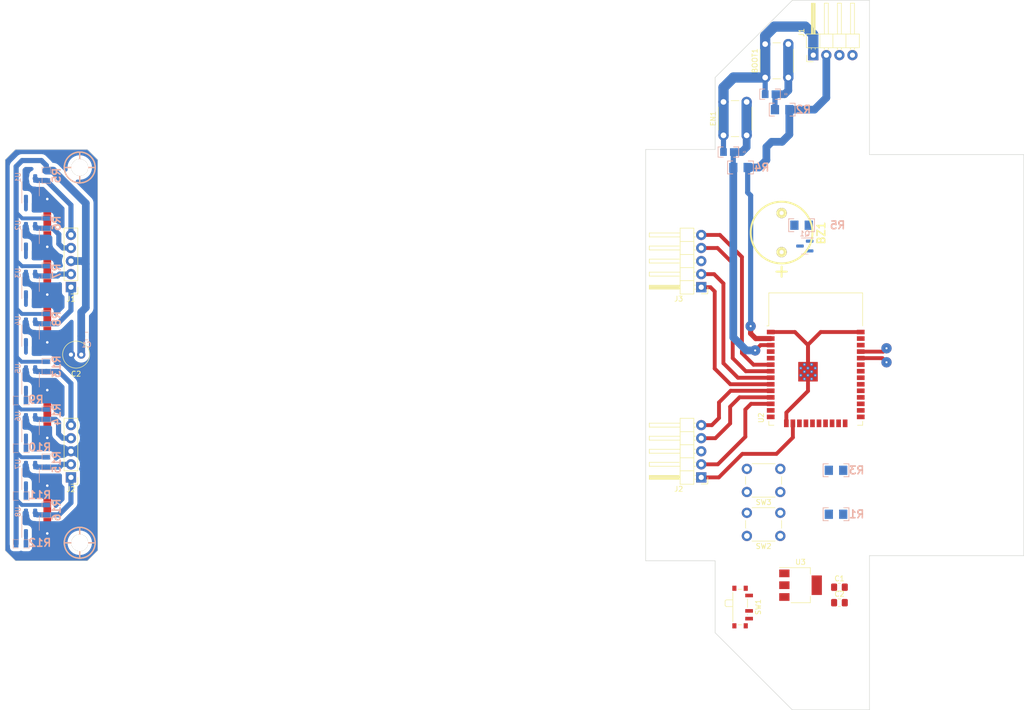
<source format=kicad_pcb>
(kicad_pcb (version 20221018) (generator pcbnew)
  (layers (0 "F.Cu" signal) (31 "B.Cu" signal) (34 "B.Paste" user) (35 "F.Paste" user) (36 "B.SilkS" user "B.Silkscreen") (37 "F.SilkS" user "F.Silkscreen") (38 "B.Mask" user) (39 "F.Mask" user) (44 "Edge.Cuts" user))
  (net 0 "")
  (net 1 "Net-(SW1-B)")
  (net 2 "GND")
  (net 3 "/Rx")
  (net 4 "/Tx")
  (net 5 "/VBAT")
  (net 18 "/IO0")
  (net 19 "+3V3")
  (net 20 "/EN")
  (net 21 "/OUT_8")
  (net 22 "/OUT_7")
  (net 23 "/OUT_6")
  (net 24 "/OUT_5")
  (net 25 "/OUT_4")
  (net 26 "/OUT_3")
  (net 27 "/OUT_2")
  (net 28 "/OUT_1")
  (net 29 "+5V")
  (net 30 "/PUSH_1")
  (net 31 "/PUSH_2")
  (net 32 "/BUZZER")
  (net 33 "/M2A")
  (net 34 "/M2B")
  (net 35 "/M1A")
  (net 36 "/M1B")
  (net 37 "/LED_BUILTING")
  (net 38 "/BOOT")
  (net 39 "/LED_2")
  (net 40 "/LED_1")
  (net 41 "Net-(BZ1-+)")
  (net 42 "Net-(Q1-G)")
  (footprint "Button_Switch_SMD:SW_SPDT_PCM12" (layer "F.Cu") (at 196.12 138.5 -90)
    (fp_text reference "SW1" (at 0 -3.2 90) (layer "F.SilkS"))
    (fp_text value "SW_SPST")
    (pad "" smd rect (at -3.65 -0.78 270) (size 1 0.8) (layers "F.Cu" "F.Paste" "F.Mask"))
    (pad "" smd rect (at -3.65 1.43 270) (size 1 0.8) (layers "F.Cu" "F.Paste" "F.Mask"))
    (pad "" np_thru_hole circle (at -1.5 0.33 270) (size 0.9 0.9) (drill 0.9) (layers "*.Cu" "*.Mask"))
    (pad "" np_thru_hole circle (at 1.5 0.33 270) (size 0.9 0.9) (drill 0.9) (layers "*.Cu" "*.Mask"))
    (pad "" smd rect (at 3.65 -0.78 270) (size 1 0.8) (layers "F.Cu" "F.Paste" "F.Mask"))
    (pad "" smd rect (at 3.65 1.43 270) (size 1 0.8) (layers "F.Cu" "F.Paste" "F.Mask"))
    (pad "1" smd rect (at -2.25 -1.43 270) (size 0.7 1.5) (layers "F.Cu" "F.Paste" "F.Mask") (net 5 "/VBAT"))
    (pad "2" smd rect (at 0.75 -1.43 270) (size 0.7 1.5) (layers "F.Cu" "F.Paste" "F.Mask") (net 1 "Net-(SW1-B)"))
    (pad "3" smd rect (at 2.25 -1.43 270) (size 0.7 1.5) (layers "F.Cu" "F.Paste" "F.Mask"))
  )
  (footprint "RF_Module:ESP32-WROOM-32D" (layer "F.Cu") (at 210.5 93.2575)
    (fp_text reference "U2" (at -10.61 8.43 90) (layer "F.SilkS"))
    (fp_text value "ESP32-WROOM-32")
    (pad "1" smd rect (at -8.75 -8.25) (size 1.5 0.9) (layers "F.Cu" "F.Paste" "F.Mask") (net 2 "GND"))
    (pad "2" smd rect (at -8.75 -6.98) (size 1.5 0.9) (layers "F.Cu" "F.Paste" "F.Mask") (net 19 "+3V3"))
    (pad "3" smd rect (at -8.75 -5.71) (size 1.5 0.9) (layers "F.Cu" "F.Paste" "F.Mask") (net 20 "/EN"))
    (pad "4" smd rect (at -8.75 -4.44) (size 1.5 0.9) (layers "F.Cu" "F.Paste" "F.Mask"))
    (pad "5" smd rect (at -8.75 -3.17) (size 1.5 0.9) (layers "F.Cu" "F.Paste" "F.Mask"))
    (pad "6" smd rect (at -8.75 -1.9) (size 1.5 0.9) (layers "F.Cu" "F.Paste" "F.Mask") (net 28 "/OUT_1"))
    (pad "7" smd rect (at -8.75 -0.63) (size 1.5 0.9) (layers "F.Cu" "F.Paste" "F.Mask") (net 27 "/OUT_2"))
    (pad "8" smd rect (at -8.75 0.64) (size 1.5 0.9) (layers "F.Cu" "F.Paste" "F.Mask") (net 26 "/OUT_3"))
    (pad "9" smd rect (at -8.75 1.91) (size 1.5 0.9) (layers "F.Cu" "F.Paste" "F.Mask") (net 25 "/OUT_4"))
    (pad "10" smd rect (at -8.75 3.18) (size 1.5 0.9) (layers "F.Cu" "F.Paste" "F.Mask") (net 24 "/OUT_5"))
    (pad "11" smd rect (at -8.75 4.45) (size 1.5 0.9) (layers "F.Cu" "F.Paste" "F.Mask") (net 23 "/OUT_6"))
    (pad "12" smd rect (at -8.75 5.72) (size 1.5 0.9) (layers "F.Cu" "F.Paste" "F.Mask") (net 22 "/OUT_7"))
    (pad "13" smd rect (at -8.75 6.99) (size 1.5 0.9) (layers "F.Cu" "F.Paste" "F.Mask"))
    (pad "14" smd rect (at -8.75 8.26) (size 1.5 0.9) (layers "F.Cu" "F.Paste" "F.Mask"))
    (pad "15" smd rect (at -5.71 9.51 90) (size 1.5 0.9) (layers "F.Cu" "F.Paste" "F.Mask") (net 2 "GND"))
    (pad "16" smd rect (at -4.44 9.51 90) (size 1.5 0.9) (layers "F.Cu" "F.Paste" "F.Mask") (net 21 "/OUT_8"))
    (pad "17" smd rect (at -3.17 9.51 90) (size 1.5 0.9) (layers "F.Cu" "F.Paste" "F.Mask"))
    (pad "18" smd rect (at -1.9 9.51 90) (size 1.5 0.9) (layers "F.Cu" "F.Paste" "F.Mask"))
    (pad "19" smd rect (at -0.63 9.51 90) (size 1.5 0.9) (layers "F.Cu" "F.Paste" "F.Mask"))
    (pad "20" smd rect (at 0.64 9.51 90) (size 1.5 0.9) (layers "F.Cu" "F.Paste" "F.Mask"))
    (pad "21" smd rect (at 1.91 9.51 90) (size 1.5 0.9) (layers "F.Cu" "F.Paste" "F.Mask"))
    (pad "22" smd rect (at 3.18 9.51 90) (size 1.5 0.9) (layers "F.Cu" "F.Paste" "F.Mask"))
    (pad "23" smd rect (at 4.45 9.51 90) (size 1.5 0.9) (layers "F.Cu" "F.Paste" "F.Mask"))
    (pad "24" smd rect (at 5.72 9.51 90) (size 1.5 0.9) (layers "F.Cu" "F.Paste" "F.Mask") (net 37 "/LED_BUILTING"))
    (pad "25" smd rect (at 8.75 8.26) (size 1.5 0.9) (layers "F.Cu" "F.Paste" "F.Mask") (net 38 "/BOOT"))
    (pad "26" smd rect (at 8.75 6.99) (size 1.5 0.9) (layers "F.Cu" "F.Paste" "F.Mask") (net 40 "/LED_1"))
    (pad "27" smd rect (at 8.75 5.72) (size 1.5 0.9) (layers "F.Cu" "F.Paste" "F.Mask") (net 30 "/PUSH_1"))
    (pad "28" smd rect (at 8.75 4.45) (size 1.5 0.9) (layers "F.Cu" "F.Paste" "F.Mask") (net 31 "/PUSH_2"))
    (pad "29" smd rect (at 8.75 3.18) (size 1.5 0.9) (layers "F.Cu" "F.Paste" "F.Mask") (net 39 "/LED_2"))
    (pad "30" smd rect (at 8.75 1.91) (size 1.5 0.9) (layers "F.Cu" "F.Paste" "F.Mask") (net 32 "/BUZZER"))
    (pad "31" smd rect (at 8.75 0.64) (size 1.5 0.9) (layers "F.Cu" "F.Paste" "F.Mask") (net 35 "/M1A"))
    (pad "32" smd rect (at 8.75 -0.63) (size 1.5 0.9) (layers "F.Cu" "F.Paste" "F.Mask"))
    (pad "33" smd rect (at 8.75 -1.9) (size 1.5 0.9) (layers "F.Cu" "F.Paste" "F.Mask") (net 36 "/M1B"))
    (pad "34" smd rect (at 8.75 -3.17) (size 1.5 0.9) (layers "F.Cu" "F.Paste" "F.Mask") (net 4 "/Tx"))
    (pad "35" smd rect (at 8.75 -4.44) (size 1.5 0.9) (layers "F.Cu" "F.Paste" "F.Mask") (net 3 "/Rx"))
    (pad "36" smd rect (at 8.75 -5.71) (size 1.5 0.9) (layers "F.Cu" "F.Paste" "F.Mask") (net 33 "/M2A"))
    (pad "37" smd rect (at 8.75 -6.98) (size 1.5 0.9) (layers "F.Cu" "F.Paste" "F.Mask") (net 34 "/M2B"))
    (pad "38" smd rect (at 8.75 -8.25) (size 1.5 0.9) (layers "F.Cu" "F.Paste" "F.Mask") (net 2 "GND"))
    (pad "39" smd rect (at -2.9 -1.93) (size 0.9 0.9) (layers "F.Cu" "F.Paste") (net 2 "GND"))
    (pad "39" thru_hole circle (at -2.9 -1.23) (size 0.6 0.6) (drill 0.2) (property pad_prop_heatsink) (layers "*.Cu" "F.Mask") (net 2 "GND"))
    (pad "39" smd rect (at -2.9 -0.53) (size 0.9 0.9) (layers "F.Cu" "F.Paste") (net 2 "GND"))
    (pad "39" thru_hole circle (at -2.9 0.17) (size 0.6 0.6) (drill 0.2) (property pad_prop_heatsink) (layers "*.Cu" "F.Mask") (net 2 "GND"))
    (pad "39" smd rect (at -2.9 0.87) (size 0.9 0.9) (layers "F.Cu" "F.Paste") (net 2 "GND"))
    (pad "39" thru_hole circle (at -2.2 -1.93) (size 0.6 0.6) (drill 0.2) (property pad_prop_heatsink) (layers "*.Cu" "F.Mask") (net 2 "GND"))
    (pad "39" thru_hole circle (at -2.2 -0.53) (size 0.6 0.6) (drill 0.2) (property pad_prop_heatsink) (layers "*.Cu" "F.Mask") (net 2 "GND"))
    (pad "39" thru_hole circle (at -2.2 0.87) (size 0.6 0.6) (drill 0.2) (property pad_prop_heatsink) (layers "*.Cu" "F.Mask") (net 2 "GND"))
    (pad "39" thru_hole circle (at -1.525 -1.23) (size 0.6 0.6) (drill 0.2) (property pad_prop_heatsink) (layers "*.Cu" "F.Mask") (net 2 "GND"))
    (pad "39" thru_hole circle (at -1.525 0.17) (size 0.6 0.6) (drill 0.2) (property pad_prop_heatsink) (layers "*.Cu" "F.Mask") (net 2 "GND"))
    (pad "39" smd rect (at -1.5 -1.93) (size 0.9 0.9) (layers "F.Cu" "F.Paste") (net 2 "GND"))
    (pad "39" smd rect (at -1.5 -0.53) (size 0.9 0.9) (layers "F.Cu" "F.Paste") (net 2 "GND"))
    (pad "39" smd rect (at -1.5 -0.53) (size 3.8 3.8) (layers "F.Cu" "F.Mask") (net 2 "GND"))
    (pad "39" smd rect (at -1.5 0.87) (size 0.9 0.9) (layers "F.Cu" "F.Paste") (net 2 "GND"))
    (pad "39" thru_hole circle (at -0.8 -1.93) (size 0.6 0.6) (drill 0.2) (property pad_prop_heatsink) (layers "*.Cu" "F.Mask") (net 2 "GND"))
    (pad "39" thru_hole circle (at -0.8 -0.53) (size 0.6 0.6) (drill 0.2) (property pad_prop_heatsink) (layers "*.Cu" "F.Mask") (net 2 "GND"))
    (pad "39" thru_hole circle (at -0.8 0.87) (size 0.6 0.6) (drill 0.2) (property pad_prop_heatsink) (layers "*.Cu" "F.Mask") (net 2 "GND"))
    (pad "39" smd rect (at -0.1 -1.93) (size 0.9 0.9) (layers "F.Cu" "F.Paste") (net 2 "GND"))
    (pad "39" thru_hole circle (at -0.1 -1.23) (size 0.6 0.6) (drill 0.2) (property pad_prop_heatsink) (layers "*.Cu" "F.Mask") (net 2 "GND"))
    (pad "39" smd rect (at -0.1 -0.53) (size 0.9 0.9) (layers "F.Cu" "F.Paste") (net 2 "GND"))
    (pad "39" thru_hole circle (at -0.1 0.17) (size 0.6 0.6) (drill 0.2) (property pad_prop_heatsink) (layers "*.Cu" "F.Mask") (net 2 "GND"))
    (pad "39" smd rect (at -0.1 0.87) (size 0.9 0.9) (layers "F.Cu" "F.Paste") (net 2 "GND"))
    (zone (net 0) (net_name "") (layers "*.Cu") (connect_pads (clearance 0)) (min_thickness 0.254)
      (keepout (tracks not_allowed) (vias not_allowed) (pads not_allowed) (copperpour not_allowed) (footprints not_allowed))
      (fill (thermal_gap 0.508) (thermal_bridge_width 0.508))
      (polygon (pts (xy 199.2 83.7075) (xy 221.8 83.7075) (xy 221.8 75.2175) (xy 199.2 75.2175)))
    )
  )
  (footprint "Button_Switch_THT:SW_PUSH_6mm_H5mm" (layer "F.Cu") (at 203.62 124.67 180)
    (fp_text reference "SW2" (at 3.25 -2) (layer "F.SilkS"))
    (fp_text value "START")
    (pad "1" thru_hole circle (at 0 0 270) (size 2 2) (drill 1.1) (layers "*.Cu" "*.Mask") (net 2 "GND"))
    (pad "1" thru_hole circle (at 6.5 0 270) (size 2 2) (drill 1.1) (layers "*.Cu" "*.Mask") (net 2 "GND"))
    (pad "2" thru_hole circle (at 0 4.5 270) (size 2 2) (drill 1.1) (layers "*.Cu" "*.Mask") (net 30 "/PUSH_1"))
    (pad "2" thru_hole circle (at 6.5 4.5 270) (size 2 2) (drill 1.1) (layers "*.Cu" "*.Mask") (net 30 "/PUSH_1"))
  )
  (footprint "Capacitor_SMD:C_0805_2012Metric_Pad1.18x1.45mm_HandSolder" (layer "F.Cu") (at 215.1125 137.65)
    (fp_text reference "C2" (at 0 -1.68) (layer "F.SilkS"))
    (fp_text value "1uF")
    (pad "1" smd roundrect (at -1.0375 0) (size 1.175 1.45) (layers "F.Cu" "F.Paste" "F.Mask") (roundrect_rratio 0.212766) (net 19 "+3V3"))
    (pad "2" smd roundrect (at 1.0375 0) (size 1.175 1.45) (layers "F.Cu" "F.Paste" "F.Mask") (roundrect_rratio 0.212766) (net 2 "GND"))
  )
  (footprint "Connector_PinHeader_2.54mm:PinHeader_1x05_P2.54mm_Vertical" (layer "F.Cu") (at 65.74 113.28 180)
    (fp_text reference "J2" (at 0 -2.33) (layer "F.SilkS"))
    (fp_text value "Conn_01x05_Pin")
    (pad "1" thru_hole rect (at 0 0 180) (size 2 2) (drill 1) (layers "*.Cu" "*.Mask"))
    (pad "2" thru_hole oval (at 0 2.54 180) (size 2 2) (drill 1) (layers "*.Cu" "*.Mask"))
    (pad "3" thru_hole oval (at 0 5.08 180) (size 2 2) (drill 1) (layers "*.Cu" "*.Mask") (net 2 "GND"))
    (pad "4" thru_hole oval (at 0 7.62 180) (size 2 2) (drill 1) (layers "*.Cu" "*.Mask"))
    (pad "5" thru_hole oval (at 0 10.16 180) (size 2 2) (drill 1) (layers "*.Cu" "*.Mask"))
  )
  (footprint "EESTN5-v2:Separador_M3_5mm" (layer "F.Cu") (at 67.45 53 90)
    (fp_text reference "H2" hide)
    (fp_text value "HOLE" hide)
    (pad "1" thru_hole circle (at 0 0 90) (size 3.25 3.25) (drill 3.25) (layers "*.Cu" "F.SilkS"))
  )
  (footprint "Package_TO_SOT_SMD:SOT-223-3_TabPin2" (layer "F.Cu") (at 207.55 134.25)
    (fp_text reference "U3" (at 0 -4.5) (layer "F.SilkS"))
    (fp_text value "AMS1117-3.3")
    (pad "1" smd rect (at -3.15 -2.3) (size 2 1.5) (layers "F.Cu" "F.Paste" "F.Mask") (net 2 "GND"))
    (pad "2" smd rect (at -3.15 0) (size 2 1.5) (layers "F.Cu" "F.Paste" "F.Mask") (net 19 "+3V3"))
    (pad "2" smd rect (at 3.15 0) (size 2 3.8) (layers "F.Cu" "F.Paste" "F.Mask") (net 19 "+3V3"))
    (pad "3" smd rect (at -3.15 2.3) (size 2 1.5) (layers "F.Cu" "F.Paste" "F.Mask") (net 1 "Net-(SW1-B)"))
  )
  (footprint "Button_Switch_THT:SW_PUSH_6mm_H5mm" (layer "F.Cu") (at 192.575 46.75 90)
    (fp_text reference "EN1" (at 3.25 -2 90) (layer "F.SilkS"))
    (fp_text value "SW_Push")
    (pad "1" thru_hole circle (at 0 0 180) (size 2 2) (drill 1.1) (layers "*.Cu" "*.Mask") (net 2 "GND"))
    (pad "1" thru_hole circle (at 6.5 0 180) (size 2 2) (drill 1.1) (layers "*.Cu" "*.Mask") (net 2 "GND"))
    (pad "2" thru_hole circle (at 0 4.5 180) (size 2 2) (drill 1.1) (layers "*.Cu" "*.Mask") (net 20 "/EN"))
    (pad "2" thru_hole circle (at 6.5 4.5 180) (size 2 2) (drill 1.1) (layers "*.Cu" "*.Mask") (net 20 "/EN"))
  )
  (footprint "Connector_PinHeader_2.54mm:PinHeader_1x05_P2.54mm_Horizontal" (layer "F.Cu") (at 188.25 76.285 180)
    (fp_text reference "J3" (at 4.385 -2.27 180) (layer "F.SilkS"))
    (fp_text value "Conn_01x05_Pin")
    (pad "1" thru_hole rect (at 0 0 180) (size 2 2) (drill 1) (layers "*.Cu" "*.Mask") (net 25 "/OUT_4"))
    (pad "2" thru_hole oval (at 0 2.54 180) (size 2 2) (drill 1) (layers "*.Cu" "*.Mask") (net 26 "/OUT_3"))
    (pad "3" thru_hole oval (at 0 5.08 180) (size 2 2) (drill 1) (layers "*.Cu" "*.Mask") (net 19 "+3V3"))
    (pad "4" thru_hole oval (at 0 7.62 180) (size 2 2) (drill 1) (layers "*.Cu" "*.Mask") (net 27 "/OUT_2"))
    (pad "5" thru_hole oval (at 0 10.16 180) (size 2 2) (drill 1) (layers "*.Cu" "*.Mask") (net 28 "/OUT_1"))
  )
  (footprint "Button_Switch_THT:SW_PUSH_6mm_H5mm" (layer "F.Cu") (at 200.676 35.5 90)
    (fp_text reference "BOOT1" (at 3.25 -2 90) (layer "F.SilkS"))
    (fp_text value "SW_Push")
    (pad "1" thru_hole circle (at 0 0 180) (size 2 2) (drill 1.1) (layers "*.Cu" "*.Mask") (net 2 "GND"))
    (pad "1" thru_hole circle (at 6.5 0 180) (size 2 2) (drill 1.1) (layers "*.Cu" "*.Mask") (net 2 "GND"))
    (pad "2" thru_hole circle (at 0 4.5 180) (size 2 2) (drill 1.1) (layers "*.Cu" "*.Mask") (net 18 "/IO0"))
    (pad "2" thru_hole circle (at 6.5 4.5 180) (size 2 2) (drill 1.1) (layers "*.Cu" "*.Mask") (net 18 "/IO0"))
  )
  (footprint "Capacitor_SMD:C_0805_2012Metric_Pad1.18x1.45mm_HandSolder" (layer "F.Cu") (at 215.1125 134.64)
    (fp_text reference "C1" (at 0 -1.68) (layer "F.SilkS"))
    (fp_text value "1uF")
    (pad "1" smd roundrect (at -1.0375 0) (size 1.175 1.45) (layers "F.Cu" "F.Paste" "F.Mask") (roundrect_rratio 0.212766) (net 1 "Net-(SW1-B)"))
    (pad "2" smd roundrect (at 1.0375 0) (size 1.175 1.45) (layers "F.Cu" "F.Paste" "F.Mask") (roundrect_rratio 0.212766) (net 2 "GND"))
  )
  (footprint "Connector_PinHeader_2.54mm:PinHeader_1x05_P2.54mm_Horizontal" (layer "F.Cu") (at 188.25 113.28 180)
    (fp_text reference "J2" (at 4.385 -2.27 180) (layer "F.SilkS"))
    (fp_text value "Conn_01x05_Pin")
    (pad "1" thru_hole rect (at 0 0 180) (size 2 2) (drill 1) (layers "*.Cu" "*.Mask") (net 21 "/OUT_8"))
    (pad "2" thru_hole oval (at 0 2.54 180) (size 2 2) (drill 1) (layers "*.Cu" "*.Mask") (net 22 "/OUT_7"))
    (pad "3" thru_hole oval (at 0 5.08 180) (size 2 2) (drill 1) (layers "*.Cu" "*.Mask") (net 2 "GND"))
    (pad "4" thru_hole oval (at 0 7.62 180) (size 2 2) (drill 1) (layers "*.Cu" "*.Mask") (net 23 "/OUT_6"))
    (pad "5" thru_hole oval (at 0 10.16 180) (size 2 2) (drill 1) (layers "*.Cu" "*.Mask") (net 24 "/OUT_5"))
  )
  (footprint "EESTN5-v2:Separador_M3_5mm" (layer "F.Cu") (at 67.45 126 90)
    (fp_text reference "H1" hide)
    (fp_text value "HOLE" hide)
    (pad "1" thru_hole circle (at 0 0 90) (size 3.25 3.25) (drill 3.25) (layers "*.Cu" "F.SilkS"))
  )
  (footprint "Connector_PinHeader_2.54mm:PinHeader_1x05_P2.54mm_Vertical" (layer "F.Cu") (at 65.74 76.275 180)
    (fp_text reference "J1" (at 0 -2.33) (layer "F.SilkS"))
    (fp_text value "Conn_01x05_Pin")
    (pad "1" thru_hole rect (at 0 0 180) (size 2 2) (drill 1) (layers "*.Cu" "*.Mask"))
    (pad "2" thru_hole oval (at 0 2.54 180) (size 2 2) (drill 1) (layers "*.Cu" "*.Mask"))
    (pad "3" thru_hole oval (at 0 5.08 180) (size 2 2) (drill 1) (layers "*.Cu" "*.Mask") (net 19 "+3V3"))
    (pad "4" thru_hole oval (at 0 7.62 180) (size 2 2) (drill 1) (layers "*.Cu" "*.Mask"))
    (pad "5" thru_hole oval (at 0 10.16 180) (size 2 2) (drill 1) (layers "*.Cu" "*.Mask"))
  )
  (footprint "EESTN5-v2:Buzzer_12mm" (layer "F.Cu") (at 203.87 65.66 -90)
    (fp_text reference "BZ1" (at 0.1 -7.7 90) (layer "F.SilkS") (effects (font (size 1.5 1.5) (thickness 0.3))))
    (fp_text value "Buzzer" hide)
    (pad "1" thru_hole circle (at 3.8 0 270) (size 2 2) (drill 0.8) (layers "*.Cu" "*.Mask" "F.SilkS") (net 29 "+5V"))
    (pad "2" thru_hole circle (at -3.8 0 270) (size 2 2) (drill 0.8) (layers "*.Cu" "*.Mask" "F.SilkS") (net 41 "Net-(BZ1-+)"))
  )
  (footprint "Connector_PinHeader_2.54mm:PinHeader_1x04_P2.54mm_Horizontal" (layer "F.Cu") (at 210.025 31.15 90)
    (fp_text reference "J1" (at 4.385 -2.27 90) (layer "F.SilkS"))
    (fp_text value "FTDI")
    (pad "1" thru_hole rect (at 0 0 90) (size 2 2) (drill 1) (layers "*.Cu" "*.Mask") (net 2 "GND"))
    (pad "2" thru_hole oval (at 0 2.54 90) (size 2 2) (drill 1) (layers "*.Cu" "*.Mask") (net 19 "+3V3"))
    (pad "3" thru_hole oval (at 0 5.08 90) (size 2 2) (drill 1) (layers "*.Cu" "*.Mask") (net 3 "/Rx"))
    (pad "4" thru_hole oval (at 0 7.62 90) (size 2 2) (drill 1) (layers "*.Cu" "*.Mask") (net 4 "/Tx"))
  )
  (footprint "Button_Switch_THT:SW_PUSH_6mm_H5mm" (layer "F.Cu") (at 203.62 116.12 180)
    (fp_text reference "SW3" (at 3.25 -2) (layer "F.SilkS"))
    (fp_text value "START")
    (pad "1" thru_hole circle (at 0 0 270) (size 2 2) (drill 1.1) (layers "*.Cu" "*.Mask") (net 2 "GND"))
    (pad "1" thru_hole circle (at 6.5 0 270) (size 2 2) (drill 1.1) (layers "*.Cu" "*.Mask") (net 2 "GND"))
    (pad "2" thru_hole circle (at 0 4.5 270) (size 2 2) (drill 1.1) (layers "*.Cu" "*.Mask") (net 31 "/PUSH_2"))
    (pad "2" thru_hole circle (at 6.5 4.5 270) (size 2 2) (drill 1.1) (layers "*.Cu" "*.Mask") (net 31 "/PUSH_2"))
  )
  (footprint "Capacitor_THT:C_Radial_D5.0mm_H11.0mm_P2.00mm" (layer "F.Cu") (at 67.74 89.4 180)
    (fp_text reference "C2" (at 1 -3.75) (layer "F.SilkS"))
    (fp_text value "100uf")
    (pad "1" thru_hole circle (at 0 0 180) (size 1.6 1.6) (drill 0.8) (layers "*.Cu" "*.Mask") (net 19 "+3V3"))
    (pad "2" thru_hole circle (at 2 0 180) (size 1.6 1.6) (drill 0.8) (layers "*.Cu" "*.Mask") (net 2 "GND"))
  )
  (footprint "EESTN5-v2:C_0805" (layer "B.Cu") (at 193.5275 50 180)
    (fp_text reference "C4" (at -3.0725 0) (layer "B.SilkS") (effects (font (size 0.29972 0.29972) (thickness 0.06096)) (justify mirror)))
    (fp_text value "1n" hide)
    (pad "1" smd rect (at 0.9525 0 180) (size 1.30048 1.4986) (layers "B.Cu" "B.Paste" "B.Mask") (net 2 "GND"))
    (pad "2" smd rect (at -0.9525 0 180) (size 1.30048 1.4986) (layers "B.Cu" "B.Paste" "B.Mask") (net 20 "/EN"))
  )
  (footprint "EESTN5-v2:R_1206" (layer "B.Cu") (at 214.447 120.45)
    (fp_text reference "R1" (at 4.01 0) (layer "B.SilkS") (effects (font (size 1.5 1.5) (thickness 0.3)) (justify mirror)))
    (fp_text value "4K7" hide)
    (pad "1" smd rect (at 1.397 0) (size 1.6002 1.8034) (layers "B.Cu" "B.Paste" "B.Mask") (net 19 "+3V3"))
    (pad "2" smd rect (at -1.397 0) (size 1.6002 1.8034) (layers "B.Cu" "B.Paste" "B.Mask") (net 30 "/PUSH_1"))
  )
  (footprint "EESTN5-v2:C_0805" (layer "B.Cu") (at 201.6285 38.75 180)
    (fp_text reference "C3" (at -3.0725 0) (layer "B.SilkS") (effects (font (size 0.29972 0.29972) (thickness 0.06096)) (justify mirror)))
    (fp_text value "1n" hide)
    (pad "1" smd rect (at 0.9525 0 180) (size 1.30048 1.4986) (layers "B.Cu" "B.Paste" "B.Mask") (net 2 "GND"))
    (pad "2" smd rect (at -0.9525 0 180) (size 1.30048 1.4986) (layers "B.Cu" "B.Paste" "B.Mask") (net 18 "/IO0"))
  )
  (footprint "OptoDevice:OnSemi_CASE100CY" (layer "B.Cu") (at 57.89 85.009802)
    (fp_text reference "U4" (at -2.44 -2.2 90) (layer "B.SilkS") (effects (justify mirror)))
    (fp_text value "QRE1113GR")
    (pad "1" smd roundrect (at -0.9 2) (size 0.79 1.66) (layers "B.Cu" "B.Paste" "B.Mask"))
    (pad "2" smd roundrect (at -0.9 -2) (size 0.79 1.66) (layers "B.Cu" "B.Paste" "B.Mask") (net 2 "GND"))
    (pad "3" smd roundrect (at 0.9 -2) (size 0.79 1.66) (layers "B.Cu" "B.Paste" "B.Mask"))
    (pad "4" smd roundrect (at 0.9 2) (size 0.79 1.66) (layers "B.Cu" "B.Paste" "B.Mask") (net 2 "GND"))
  )
  (footprint "EESTN5-v2:R_1206" (layer "B.Cu") (at 207.7525 64.23 180)
    (fp_text reference "R5" (at -7 0) (layer "B.SilkS") (effects (font (size 1.5 1.5) (thickness 0.3)) (justify mirror)))
    (fp_text value "10K" hide)
    (pad "1" smd rect (at 1.397 0 180) (size 1.6002 1.8034) (layers "B.Cu" "B.Paste" "B.Mask") (net 42 "Net-(Q1-G)"))
    (pad "2" smd rect (at -1.397 0 180) (size 1.6002 1.8034) (layers "B.Cu" "B.Paste" "B.Mask") (net 32 "/BUZZER"))
  )
  (footprint "Capacitor_SMD:C_0805_2012Metric_Pad1.18x1.45mm_HandSolder" (layer "B.Cu") (at 68.7775 85.79)
    (fp_text reference "C1" (at 0 1.68) (layer "B.SilkS") (effects (justify mirror)))
    (fp_text value "100nf")
    (pad "1" smd roundrect (at -1.0375 0) (size 1.175 1.45) (layers "B.Cu" "B.Paste" "B.Mask") (roundrect_rratio 0.212766) (net 19 "+3V3"))
    (pad "2" smd roundrect (at 1.0375 0) (size 1.175 1.45) (layers "B.Cu" "B.Paste" "B.Mask") (roundrect_rratio 0.212766) (net 2 "GND"))
  )
  (footprint "EESTN5-v2:R_1206" (layer "B.Cu") (at 195.877 53 180)
    (fp_text reference "R4" (at -4.123 0) (layer "B.SilkS") (effects (font (size 1.5 1.5) (thickness 0.3)) (justify mirror)))
    (fp_text value "10K" hide)
    (pad "1" smd rect (at 1.397 0 180) (size 1.6002 1.8034) (layers "B.Cu" "B.Paste" "B.Mask") (net 20 "/EN"))
    (pad "2" smd rect (at -1.397 0 180) (size 1.6002 1.8034) (layers "B.Cu" "B.Paste" "B.Mask") (net 19 "+3V3"))
  )
  (footprint "OptoDevice:OnSemi_CASE100CY" (layer "B.Cu") (at 57.89 112.885574)
    (fp_text reference "U7" (at -2.44 -2.2 90) (layer "B.SilkS") (effects (justify mirror)))
    (fp_text value "QRE1113GR")
    (pad "1" smd roundrect (at -0.9 2) (size 0.79 1.66) (layers "B.Cu" "B.Paste" "B.Mask"))
    (pad "2" smd roundrect (at -0.9 -2) (size 0.79 1.66) (layers "B.Cu" "B.Paste" "B.Mask") (net 2 "GND"))
    (pad "3" smd roundrect (at 0.9 -2) (size 0.79 1.66) (layers "B.Cu" "B.Paste" "B.Mask"))
    (pad "4" smd roundrect (at 0.9 2) (size 0.79 1.66) (layers "B.Cu" "B.Paste" "B.Mask") (net 2 "GND"))
  )
  (footprint "OptoDevice:OnSemi_CASE100CY" (layer "B.Cu") (at 57.89 57.13403)
    (fp_text reference "U1" (at -2.44 -2.2 90) (layer "B.SilkS") (effects (justify mirror)))
    (fp_text value "QRE1113GR")
    (pad "1" smd roundrect (at -0.9 2) (size 0.79 1.66) (layers "B.Cu" "B.Paste" "B.Mask"))
    (pad "2" smd roundrect (at -0.9 -2) (size 0.79 1.66) (layers "B.Cu" "B.Paste" "B.Mask") (net 2 "GND"))
    (pad "3" smd roundrect (at 0.9 -2) (size 0.79 1.66) (layers "B.Cu" "B.Paste" "B.Mask"))
    (pad "4" smd roundrect (at 0.9 2) (size 0.79 1.66) (layers "B.Cu" "B.Paste" "B.Mask") (net 2 "GND"))
  )
  (footprint "EESTN5-v2:R_0805" (layer "B.Cu") (at 56.0375 107.62143)
    (fp_text reference "R10" (at 3.6625 -0.2) (layer "B.SilkS") (effects (font (size 1.5 1.5) (thickness 0.3)) (justify mirror)))
    (fp_text value "100" hide)
    (pad "1" smd rect (at -0.9525 0) (size 0.889 1.397) (layers "B.Cu" "B.Paste" "B.Mask") (net 19 "+3V3"))
    (pad "2" smd rect (at 0.9525 0) (size 0.889 1.397) (layers "B.Cu" "B.Paste" "B.Mask"))
  )
  (footprint "OptoDevice:OnSemi_CASE100CY" (layer "B.Cu") (at 57.89 103.59365)
    (fp_text reference "U6" (at -2.44 -2.2 90) (layer "B.SilkS") (effects (justify mirror)))
    (fp_text value "QRE1113GR")
    (pad "1" smd roundrect (at -0.9 2) (size 0.79 1.66) (layers "B.Cu" "B.Paste" "B.Mask"))
    (pad "2" smd roundrect (at -0.9 -2) (size 0.79 1.66) (layers "B.Cu" "B.Paste" "B.Mask") (net 2 "GND"))
    (pad "3" smd roundrect (at 0.9 -2) (size 0.79 1.66) (layers "B.Cu" "B.Paste" "B.Mask"))
    (pad "4" smd roundrect (at 0.9 2) (size 0.79 1.66) (layers "B.Cu" "B.Paste" "B.Mask") (net 2 "GND"))
  )
  (footprint "OptoDevice:OnSemi_CASE100CY" (layer "B.Cu") (at 57.89 75.717878)
    (fp_text reference "U3" (at -2.44 -2.2 90) (layer "B.SilkS") (effects (justify mirror)))
    (fp_text value "QRE1113GR")
    (pad "1" smd roundrect (at -0.9 2) (size 0.79 1.66) (layers "B.Cu" "B.Paste" "B.Mask"))
    (pad "2" smd roundrect (at -0.9 -2) (size 0.79 1.66) (layers "B.Cu" "B.Paste" "B.Mask") (net 2 "GND"))
    (pad "3" smd roundrect (at 0.9 -2) (size 0.79 1.66) (layers "B.Cu" "B.Paste" "B.Mask"))
    (pad "4" smd roundrect (at 0.9 2) (size 0.79 1.66) (layers "B.Cu" "B.Paste" "B.Mask") (net 2 "GND"))
  )
  (footprint "EESTN5-v2:R_1206" (layer "B.Cu") (at 203.978 41.75 180)
    (fp_text reference "R2" (at -4.123 0) (layer "B.SilkS") (effects (font (size 1.5 1.5) (thickness 0.3)) (justify mirror)))
    (fp_text value "1OK" hide)
    (pad "1" smd rect (at 1.397 0 180) (size 1.6002 1.8034) (layers "B.Cu" "B.Paste" "B.Mask") (net 18 "/IO0"))
    (pad "2" smd rect (at -1.397 0 180) (size 1.6002 1.8034) (layers "B.Cu" "B.Paste" "B.Mask") (net 19 "+3V3"))
  )
  (footprint "EESTN5-v2:R_0805" (layer "B.Cu") (at 60.95 119.610501 90)
    (fp_text reference "R16" (at 0 2 90) (layer "B.SilkS") (effects (font (size 1.5 1.5) (thickness 0.3)) (justify mirror)))
    (fp_text value "10k" hide)
    (pad "1" smd rect (at -0.9525 0 90) (size 0.889 1.397) (layers "B.Cu" "B.Paste" "B.Mask"))
    (pad "2" smd rect (at 0.9525 0 90) (size 0.889 1.397) (layers "B.Cu" "B.Paste" "B.Mask") (net 19 "+3V3"))
  )
  (footprint "EESTN5-v2:R_0805" (layer "B.Cu") (at 56.0375 98.332145)
    (fp_text reference "R9" (at 2.9125 -0.175) (layer "B.SilkS") (effects (font (size 1.5 1.5) (thickness 0.3)) (justify mirror)))
    (fp_text value "100" hide)
    (pad "1" smd rect (at -0.9525 0) (size 0.889 1.397) (layers "B.Cu" "B.Paste" "B.Mask") (net 19 "+3V3"))
    (pad "2" smd rect (at 0.9525 0) (size 0.889 1.397) (layers "B.Cu" "B.Paste" "B.Mask"))
  )
  (footprint "Package_TO_SOT_SMD:SOT-23" (layer "B.Cu") (at 208.3825 68.28 180)
    (fp_text reference "Q1" (at 0 2.4) (layer "B.SilkS") (effects (justify mirror)))
    (fp_text value "2N7002")
    (pad "1" smd roundrect (at -0.9375 0.95 180) (size 1.475 0.6) (layers "B.Cu" "B.Paste" "B.Mask") (net 42 "Net-(Q1-G)"))
    (pad "2" smd roundrect (at -0.9375 -0.95 180) (size 1.475 0.6) (layers "B.Cu" "B.Paste" "B.Mask") (net 2 "GND"))
    (pad "3" smd roundrect (at 0.9375 0 180) (size 1.475 0.6) (layers "B.Cu" "B.Paste" "B.Mask") (net 41 "Net-(BZ1-+)"))
  )
  (footprint "EESTN5-v2:R_0805" (layer "B.Cu") (at 60.95 82.442802 90)
    (fp_text reference "R8" (at 0 2 90) (layer "B.SilkS") (effects (font (size 1.5 1.5) (thickness 0.3)) (justify mirror)))
    (fp_text value "10k" hide)
    (pad "1" smd rect (at -0.9525 0 90) (size 0.889 1.397) (layers "B.Cu" "B.Paste" "B.Mask"))
    (pad "2" smd rect (at 0.9525 0 90) (size 0.889 1.397) (layers "B.Cu" "B.Paste" "B.Mask") (net 19 "+3V3"))
  )
  (footprint "OptoDevice:OnSemi_CASE100CY" (layer "B.Cu") (at 57.89 66.425954)
    (fp_text reference "U2" (at -2.44 -2.2 90) (layer "B.SilkS") (effects (justify mirror)))
    (fp_text value "QRE1113GR")
    (pad "1" smd roundrect (at -0.9 2) (size 0.79 1.66) (layers "B.Cu" "B.Paste" "B.Mask"))
    (pad "2" smd roundrect (at -0.9 -2) (size 0.79 1.66) (layers "B.Cu" "B.Paste" "B.Mask") (net 2 "GND"))
    (pad "3" smd roundrect (at 0.9 -2) (size 0.79 1.66) (layers "B.Cu" "B.Paste" "B.Mask"))
    (pad "4" smd roundrect (at 0.9 2) (size 0.79 1.66) (layers "B.Cu" "B.Paste" "B.Mask") (net 2 "GND"))
  )
  (footprint "EESTN5-v2:R_0805" (layer "B.Cu") (at 60.95 110.318574 90)
    (fp_text reference "R15" (at 0 2 90) (layer "B.SilkS") (effects (font (size 1.5 1.5) (thickness 0.3)) (justify mirror)))
    (fp_text value "10k" hide)
    (pad "1" smd rect (at -0.9525 0 90) (size 0.889 1.397) (layers "B.Cu" "B.Paste" "B.Mask"))
    (pad "2" smd rect (at 0.9525 0 90) (size 0.889 1.397) (layers "B.Cu" "B.Paste" "B.Mask") (net 19 "+3V3"))
  )
  (footprint "EESTN5-v2:R_0805" (layer "B.Cu") (at 56.0375 116.910715)
    (fp_text reference "R11" (at 3.6625 -0.2) (layer "B.SilkS") (effects (font (size 1.5 1.5) (thickness 0.3)) (justify mirror)))
    (fp_text value "100" hide)
    (pad "1" smd rect (at -0.9525 0) (size 0.889 1.397) (layers "B.Cu" "B.Paste" "B.Mask") (net 19 "+3V3"))
    (pad "2" smd rect (at 0.9525 0) (size 0.889 1.397) (layers "B.Cu" "B.Paste" "B.Mask"))
  )
  (footprint "OptoDevice:OnSemi_CASE100CY" (layer "B.Cu") (at 57.89 94.301726)
    (fp_text reference "U5" (at -2.44 -2.2 90) (layer "B.SilkS") (effects (justify mirror)))
    (fp_text value "QRE1113GR")
    (pad "1" smd roundrect (at -0.9 2) (size 0.79 1.66) (layers "B.Cu" "B.Paste" "B.Mask"))
    (pad "2" smd roundrect (at -0.9 -2) (size 0.79 1.66) (layers "B.Cu" "B.Paste" "B.Mask") (net 2 "GND"))
    (pad "3" smd roundrect (at 0.9 -2) (size 0.79 1.66) (layers "B.Cu" "B.Paste" "B.Mask"))
    (pad "4" smd roundrect (at 0.9 2) (size 0.79 1.66) (layers "B.Cu" "B.Paste" "B.Mask") (net 2 "GND"))
  )
  (footprint "EESTN5-v2:R_1206" (layer "B.Cu") (at 214.447 111.9)
    (fp_text reference "R3" (at 4.01 0) (layer "B.SilkS") (effects (font (size 1.5 1.5) (thickness 0.3)) (justify mirror)))
    (fp_text value "4K7" hide)
    (pad "1" smd rect (at 1.397 0) (size 1.6002 1.8034) (layers "B.Cu" "B.Paste" "B.Mask") (net 19 "+3V3"))
    (pad "2" smd rect (at -1.397 0) (size 1.6002 1.8034) (layers "B.Cu" "B.Paste" "B.Mask") (net 31 "/PUSH_2"))
  )
  (footprint "EESTN5-v2:R_0805" (layer "B.Cu") (at 60.95 63.858954 90)
    (fp_text reference "R6" (at 0 2 90) (layer "B.SilkS") (effects (font (size 1.5 1.5) (thickness 0.3)) (justify mirror)))
    (fp_text value "10k" hide)
    (pad "1" smd rect (at -0.9525 0 90) (size 0.889 1.397) (layers "B.Cu" "B.Paste" "B.Mask"))
    (pad "2" smd rect (at 0.9525 0 90) (size 0.889 1.397) (layers "B.Cu" "B.Paste" "B.Mask") (net 19 "+3V3"))
  )
  (footprint "EESTN5-v2:R_0805" (layer "B.Cu") (at 60.95 91.734726 90)
    (fp_text reference "R13" (at 0 2 90) (layer "B.SilkS") (effects (font (size 1.5 1.5) (thickness 0.3)) (justify mirror)))
    (fp_text value "10k" hide)
    (pad "1" smd rect (at -0.9525 0 90) (size 0.889 1.397) (layers "B.Cu" "B.Paste" "B.Mask"))
    (pad "2" smd rect (at 0.9525 0 90) (size 0.889 1.397) (layers "B.Cu" "B.Paste" "B.Mask") (net 19 "+3V3"))
  )
  (footprint "EESTN5-v2:R_0805" (layer "B.Cu") (at 60.95 73.150878 90)
    (fp_text reference "R7" (at 0 2 90) (layer "B.SilkS") (effects (font (size 1.5 1.5) (thickness 0.3)) (justify mirror)))
    (fp_text value "10k" hide)
    (pad "1" smd rect (at -0.9525 0 90) (size 0.889 1.397) (layers "B.Cu" "B.Paste" "B.Mask"))
    (pad "2" smd rect (at 0.9525 0 90) (size 0.889 1.397) (layers "B.Cu" "B.Paste" "B.Mask") (net 19 "+3V3"))
  )
  (footprint "EESTN5-v2:R_0805" (layer "B.Cu") (at 60.95 101.02665 90)
    (fp_text reference "R14" (at 0 2 90) (layer "B.SilkS") (effects (font (size 1.5 1.5) (thickness 0.3)) (justify mirror)))
    (fp_text value "10k" hide)
    (pad "1" smd rect (at -0.9525 0 90) (size 0.889 1.397) (layers "B.Cu" "B.Paste" "B.Mask"))
    (pad "2" smd rect (at 0.9525 0 90) (size 0.889 1.397) (layers "B.Cu" "B.Paste" "B.Mask") (net 19 "+3V3"))
  )
  (footprint "OptoDevice:OnSemi_CASE100CY" (layer "B.Cu") (at 57.89 122.177501)
    (fp_text reference "U8" (at -2.44 -2.2 90) (layer "B.SilkS") (effects (justify mirror)))
    (fp_text value "QRE1113GR")
    (pad "1" smd roundrect (at -0.9 2) (size 0.79 1.66) (layers "B.Cu" "B.Paste" "B.Mask"))
    (pad "2" smd roundrect (at -0.9 -2) (size 0.79 1.66) (layers "B.Cu" "B.Paste" "B.Mask") (net 2 "GND"))
    (pad "3" smd roundrect (at 0.9 -2) (size 0.79 1.66) (layers "B.Cu" "B.Paste" "B.Mask"))
    (pad "4" smd roundrect (at 0.9 2) (size 0.79 1.66) (layers "B.Cu" "B.Paste" "B.Mask") (net 2 "GND"))
  )
  (footprint "EESTN5-v2:R_0805" (layer "B.Cu") (at 56.0375 126.2)
    (fp_text reference "R12" (at 3.6625 -0.2) (layer "B.SilkS") (effects (font (size 1.5 1.5) (thickness 0.3)) (justify mirror)))
    (fp_text value "100" hide)
    (pad "1" smd rect (at -0.9525 0) (size 0.889 1.397) (layers "B.Cu" "B.Paste" "B.Mask") (net 19 "+3V3"))
    (pad "2" smd rect (at 0.9525 0) (size 0.889 1.397) (layers "B.Cu" "B.Paste" "B.Mask"))
  )
  (footprint "EESTN5-v2:R_0805" (layer "B.Cu") (at 60.95 54.56703 90)
    (fp_text reference "R5" (at 0 2 90) (layer "B.SilkS") (effects (font (size 1.5 1.5) (thickness 0.3)) (justify mirror)))
    (fp_text value "10k" hide)
    (pad "1" smd rect (at -0.9525 0 90) (size 0.889 1.397) (layers "B.Cu" "B.Paste" "B.Mask"))
    (pad "2" smd rect (at 0.9525 0 90) (size 0.889 1.397) (layers "B.Cu" "B.Paste" "B.Mask") (net 19 "+3V3"))
  )
  (gr_line (start 250.95 50.5) (end 220.95 50.5) (stroke (width 0.1)) (layer "Edge.Cuts"))
  (gr_line (start 70.95 127.5) (end 68.95 129.5) (stroke (width 0.1)) (layer "Edge.Cuts"))
  (gr_line (start 205.95 158.5) (end 220.95 158.5) (stroke (width 0.1)) (layer "Edge.Cuts"))
  (gr_line (start 220.95 20.5) (end 205.95 20.5) (stroke (width 0.1)) (layer "Edge.Cuts"))
  (gr_line (start 177.45 129.5) (end 190.95 129.5) (stroke (width 0.1)) (layer "Edge.Cuts"))
  (gr_line (start 52.95 127.5) (end 52.95 51.5) (stroke (width 0.1)) (layer "Edge.Cuts"))
  (gr_line (start 220.95 50.5) (end 220.95 20.5) (stroke (width 0.1)) (layer "Edge.Cuts"))
  (gr_line (start 70.95 51.5) (end 70.95 127.5) (stroke (width 0.1)) (layer "Edge.Cuts"))
  (gr_line (start 220.95 128.5) (end 250.95 128.5) (stroke (width 0.1)) (layer "Edge.Cuts"))
  (gr_line (start 190.95 143.5) (end 205.95 158.5) (stroke (width 0.1)) (layer "Edge.Cuts"))
  (gr_line (start 190.95 49.5) (end 177.45 49.5) (stroke (width 0.1)) (layer "Edge.Cuts"))
  (gr_line (start 190.95 35.5) (end 190.95 49.5) (stroke (width 0.1)) (layer "Edge.Cuts"))
  (gr_line (start 68.95 129.5) (end 54.95 129.5) (stroke (width 0.1)) (layer "Edge.Cuts"))
  (gr_line (start 205.95 20.5) (end 190.95 35.5) (stroke (width 0.1)) (layer "Edge.Cuts"))
  (gr_line (start 54.95 49.5) (end 68.95 49.5) (stroke (width 0.1)) (layer "Edge.Cuts"))
  (gr_line (start 177.45 49.5) (end 177.45 129.5) (stroke (width 0.1)) (layer "Edge.Cuts"))
  (gr_line (start 220.95 158.5) (end 220.95 128.5) (stroke (width 0.1)) (layer "Edge.Cuts"))
  (gr_line (start 68.95 49.5) (end 70.95 51.5) (stroke (width 0.1)) (layer "Edge.Cuts"))
  (gr_line (start 250.95 128.5) (end 250.95 50.5) (stroke (width 0.1)) (layer "Edge.Cuts"))
  (gr_line (start 54.95 129.5) (end 52.95 127.5) (stroke (width 0.1)) (layer "Edge.Cuts"))
  (gr_line (start 190.95 129.5) (end 190.95 143.5) (stroke (width 0.1)) (layer "Edge.Cuts"))
  (gr_line (start 52.95 51.5) (end 54.95 49.5) (stroke (width 0.1)) (layer "Edge.Cuts"))
  (segment (start 59.1755 74.103378) (end 58.79 73.717878) (width 1) (layer "B.Cu") (net 0))
  (segment (start 64.185 68.655) (end 63.38 67.85) (width 1) (layer "B.Cu") (net 0))
  (segment (start 56.99 89.04286) (end 56.99 87.009802) (width 0.75) (layer "B.Cu") (net 0))
  (segment (start 62.201454 64.811454) (end 60.95 64.811454) (width 1) (layer "B.Cu") (net 0))
  (segment (start 56.99 61.175) (end 56.99 59.13403) (width 0.75) (layer "B.Cu") (net 0))
  (segment (start 59.1755 83.395302) (end 58.79 83.009802) (width 1) (layer "B.Cu") (net 0))
  (segment (start 65.74 60.30953) (end 60.95 55.51953) (width 1) (layer "B.Cu") (net 0))
  (segment (start 56.99 98.332145) (end 56.99 96.301726) (width 0.75) (layer "B.Cu") (net 0))
  (segment (start 59.1755 92.687226) (end 58.79 92.301726) (width 1) (layer "B.Cu") (net 0))
  (segment (start 63.38 67.85) (end 63.38 65.99) (width 1) (layer "B.Cu") (net 0))
  (segment (start 63.505 73.735) (end 63.136622 74.103378) (width 1) (layer "B.Cu") (net 0))
  (segment (start 65.74 105.66) (end 64.17 105.66) (width 1) (layer "B.Cu") (net 0))
  (segment (start 65.74 95.01) (end 63.417226 92.687226) (width 1) (layer "B.Cu") (net 0))
  (segment (start 59.1755 120.563001) (end 58.79 120.177501) (width 1) (layer "B.Cu") (net 0))
  (segment (start 60.95 111.271074) (end 59.1755 111.271074) (width 1) (layer "B.Cu") (net 0))
  (segment (start 63.154698 83.395302) (end 60.95 83.395302) (width 1) (layer "B.Cu") (net 0))
  (segment (start 60.95 83.395302) (end 59.1755 83.395302) (width 1) (layer "B.Cu") (net 0))
  (segment (start 56.99 126.2) (end 56.99 124.177501) (width 0.75) (layer "B.Cu") (net 0))
  (segment (start 59.1755 111.271074) (end 58.79 110.885574) (width 1) (layer "B.Cu") (net 0))
  (segment (start 65.74 113.28) (end 65.74 118.2) (width 1) (layer "B.Cu") (net 0))
  (segment (start 64.03 110.74) (end 63.498926 111.271074) (width 1) (layer "B.Cu") (net 0))
  (segment (start 60.95 120.563001) (end 59.1755 120.563001) (width 1) (layer "B.Cu") (net 0))
  (segment (start 63.33 102.6) (end 62.70915 101.97915) (width 1) (layer "B.Cu") (net 0))
  (segment (start 63.38 65.99) (end 62.201454 64.811454) (width 1) (layer "B.Cu") (net 0))
  (segment (start 63.417226 92.687226) (end 60.95 92.687226) (width 1) (layer "B.Cu") (net 0))
  (segment (start 59.1755 64.811454) (end 58.79 64.425954) (width 1) (layer "B.Cu") (net 0))
  (segment (start 65.74 118.2) (end 63.376999 120.563001) (width 1) (layer "B.Cu") (net 0))
  (segment (start 65.74 110.74) (end 64.03 110.74) (width 1) (layer "B.Cu") (net 0))
  (segment (start 59.1755 101.97915) (end 58.79 101.59365) (width 1) (layer "B.Cu") (net 0))
  (segment (start 60.95 64.811454) (end 59.1755 64.811454) (width 1) (layer "B.Cu") (net 0))
  (segment (start 63.498926 111.271074) (end 60.95 111.271074) (width 1) (layer "B.Cu") (net 0))
  (segment (start 64.17 105.66) (end 63.33 104.82) (width 1) (layer "B.Cu") (net 0))
  (segment (start 56.99 116.9) (end 56.99 114.885574) (width 0.75) (layer "B.Cu") (net 0))
  (segment (start 63.33 104.82) (end 63.33 102.6) (width 1) (layer "B.Cu") (net 0))
  (segment (start 65.74 73.735) (end 63.505 73.735) (width 1) (layer "B.Cu") (net 0))
  (segment (start 65.74 80.81) (end 63.154698 83.395302) (width 1) (layer "B.Cu") (net 0))
  (segment (start 63.136622 74.103378) (end 60.95 74.103378) (width 1) (layer "B.Cu") (net 0))
  (segment (start 59.1755 55.51953) (end 58.79 55.13403) (width 1) (layer "B.Cu") (net 0))
  (segment (start 56.99 70.46429) (end 56.99 68.425954) (width 0.75) (layer "B.Cu") (net 0))
  (segment (start 63.376999 120.563001) (end 60.95 120.563001) (width 1) (layer "B.Cu") (net 0))
  (segment (start 60.95 74.103378) (end 59.1755 74.103378) (width 1) (layer "B.Cu") (net 0))
  (segment (start 56.99 107.62143) (end 56.99 105.59365) (width 0.75) (layer "B.Cu") (net 0))
  (segment (start 65.74 66.115) (end 65.74 60.30953) (width 1) (layer "B.Cu") (net 0))
  (segment (start 65.74 68.655) (end 64.185 68.655) (width 1) (layer "B.Cu") (net 0))
  (segment (start 60.95 55.51953) (end 59.1755 55.51953) (width 1) (layer "B.Cu") (net 0))
  (segment (start 65.74 76.275) (end 65.74 80.81) (width 1) (layer "B.Cu") (net 0))
  (segment (start 60.95 92.687226) (end 59.1755 92.687226) (width 1) (layer "B.Cu") (net 0))
  (segment (start 65.74 103.12) (end 65.74 95.01) (width 1) (layer "B.Cu") (net 0))
  (segment (start 56.99 79.753575) (end 56.99 77.717878) (width 0.75) (layer "B.Cu") (net 0))
  (segment (start 60.95 101.97915) (end 59.1755 101.97915) (width 1) (layer "B.Cu") (net 0))
  (segment (start 62.70915 101.97915) (end 60.95 101.97915) (width 1) (layer "B.Cu") (net 0))
  (segment (start 61.325 124.145) (end 61.29 124.18) (width 0.75) (layer "F.Cu") (net 2))
  (segment (start 61.14 68.43) (end 61.14 77.721924) (width 1.5) (layer "F.Cu") (net 2))
  (segment (start 204.79 100.685) (end 209 96.475) (width 0.75) (layer "F.Cu") (net 2))
  (segment (start 211.4675 85.0075) (end 209 87.475) (width 0.75) (layer "F.Cu") (net 2))
  (segment (start 219.25 85.0075) (end 211.4675 85.0075) (width 0.75) (layer "F.Cu") (net 2))
  (segment (start 201.75 85.0075) (end 206.4575 85.0075) (width 0.75) (layer "F.Cu") (net 2))
  (segment (start 61.14 124.181547) (end 61.14 114.88962) (width 1.5) (layer "F.Cu") (net 2))
  (segment (start 209 87.55) (end 209 92.7275) (width 0.75) (layer "F.Cu") (net 2))
  (segment (start 209 96.475) (end 209 92.7275) (width 0.75) (layer "F.Cu") (net 2))
  (segment (start 204.79 102.7675) (end 204.79 100.685) (width 0.75) (layer "F.Cu") (net 2))
  (segment (start 61.14 59.138076) (end 61.14 68.43) (width 1.5) (layer "F.Cu") (net 2))
  (segment (start 209 87.475) (end 209 92.7275) (width 0.75) (layer "F.Cu") (net 2))
  (segment (start 61.14 105.597696) (end 61.14 96.305772) (width 1.5) (layer "F.Cu") (net 2))
  (segment (start 206.4575 85.0075) (end 209 87.55) (width 0.75) (layer "F.Cu") (net 2))
  (segment (start 61.14 87.013848) (end 61.14 77.721924) (width 1.5) (layer "F.Cu") (net 2))
  (via (at 61.14 96.305772) (size 2) (drill 0.5) (layers "F.Cu" "B.Cu") (net 2))
  (via (at 61.14 59.138076) (size 2) (drill 0.5) (layers "F.Cu" "B.Cu") (net 2))
  (via (at 61.14 114.88962) (size 2) (drill 0.5) (layers "F.Cu" "B.Cu") (net 2))
  (via (at 61.14 105.597696) (size 2) (drill 0.5) (layers "F.Cu" "B.Cu") (net 2))
  (via (at 61.14 68.43) (size 2) (drill 0.5) (layers "F.Cu" "B.Cu") (net 2))
  (via (at 61.14 77.721924) (size 2) (drill 0.5) (layers "F.Cu" "B.Cu") (net 2))
  (via (at 61.14 124.181547) (size 2) (drill 0.5) (layers "F.Cu" "B.Cu") (net 2))
  (via (at 61.14 87.013848) (size 2) (drill 0.5) (layers "F.Cu" "B.Cu") (net 2))
  (segment (start 192.575 40.25) (end 192.575 46.75) (width 2) (layer "B.Cu") (net 2))
  (segment (start 202.492 25.6) (end 208.45 25.6) (width 2) (layer "B.Cu") (net 2))
  (segment (start 200.676 35.5) (end 194.525 35.5) (width 2) (layer "B.Cu") (net 2))
  (segment (start 200.676 29) (end 200.676 27.416) (width 2) (layer "B.Cu") (net 2))
  (segment (start 192.575 37.45) (end 192.575 40.25) (width 2) (layer "B.Cu") (net 2))
  (segment (start 208.45 25.6) (end 210.025 27.175) (width 2) (layer "B.Cu") (net 2))
  (segment (start 200.676 27.416) (end 202.492 25.6) (width 2) (layer "B.Cu") (net 2))
  (segment (start 192.575 50) (end 192.575 46.75) (width 1) (layer "B.Cu") (net 2))
  (segment (start 210.025 27.175) (end 210.025 31.15) (width 2) (layer "B.Cu") (net 2))
  (segment (start 200.676 38.75) (end 200.676 35.5) (width 1) (layer "B.Cu") (net 2))
  (segment (start 194.525 35.5) (end 192.575 37.45) (width 2) (layer "B.Cu") (net 2))
  (segment (start 200.676 29) (end 200.676 35.5) (width 2) (layer "B.Cu") (net 2))
  (segment (start 223.6125 88.8175) (end 219.25 88.8175) (width 0.75) (layer "F.Cu") (net 3))
  (segment (start 224.26 88.17) (end 223.6125 88.8175) (width 0.75) (layer "F.Cu") (net 3))
  (via (at 224.26 88.17) (size 2) (drill 0.4) (layers "F.Cu" "B.Cu") (net 3))
  (segment (start 224.26 90.89) (end 223.4575 90.0875) (width 0.75) (layer "F.Cu") (net 4))
  (segment (start 223.4575 90.0875) (end 219.25 90.0875) (width 0.75) (layer "F.Cu") (net 4))
  (via (at 224.26 90.89) (size 2) (drill 0.4) (layers "F.Cu" "B.Cu") (net 4))
  (segment (start 202.581 38.75) (end 202.581 41.75) (width 1) (layer "B.Cu") (net 18))
  (segment (start 205.176 35.5) (end 205.176 38.024) (width 1.5) (layer "B.Cu") (net 18))
  (segment (start 205.176 38.024) (end 204.45 38.75) (width 1.5) (layer "B.Cu") (net 18))
  (segment (start 204.45 38.75) (end 203.2 38.75) (width 1.5) (layer "B.Cu") (net 18))
  (segment (start 205.176 29) (end 205.176 35.5) (width 2) (layer "B.Cu") (net 18))
  (segment (start 197.85 83.86) (end 197.85 85.29) (width 1) (layer "F.Cu") (net 19))
  (segment (start 198.8375 86.2775) (end 201.75 86.2775) (width 1) (layer "F.Cu") (net 19))
  (segment (start 197.85 85.29) (end 198.8375 86.2775) (width 1) (layer "F.Cu") (net 19))
  (via (at 197.85 83.86) (size 2) (drill 0.4) (layers "F.Cu" "B.Cu") (net 19))
  (segment (start 55.085 61.715) (end 55.085 61.175) (width 0.75) (layer "B.Cu") (net 19))
  (segment (start 205.375 46.593) (end 205.375 41.75) (width 1.5) (layer "B.Cu") (net 19))
  (segment (start 197.274 53) (end 199.476 53) (width 1.5) (layer "B.Cu") (net 19))
  (segment (start 203.962 48.006) (end 205.375 46.593) (width 1.5) (layer "B.Cu") (net 19))
  (segment (start 55.085 89.725) (end 55.085 52.815) (width 1) (layer "B.Cu") (net 19))
  (segment (start 55.085 80.355) (end 55.085 79.753575) (width 0.75) (layer "B.Cu") (net 19))
  (segment (start 60.95 62.906454) (end 56.276454 62.906454) (width 0.75) (layer "B.Cu") (net 19))
  (segment (start 68.075 71.195) (end 65.74 71.195) (width 1.5) (layer "B.Cu") (net 19))
  (segment (start 60.95 72.198378) (end 56.238378 72.198378) (width 0.75) (layer "B.Cu") (net 19))
  (segment (start 212.565 39.435) (end 212.565 31.15) (width 1.5) (layer "B.Cu") (net 19))
  (segment (start 60.81 118.64) (end 56.2 118.64) (width 0.75) (layer "B.Cu") (net 19))
  (segment (start 60.95 90.782226) (end 56.142226 90.782226) (width 0.75) (layer "B.Cu") (net 19))
  (segment (start 56.2 118.64) (end 55.085 117.525) (width 0.75) (layer "B.Cu") (net 19))
  (segment (start 197.274 57.874) (end 197.274 53) (width 1) (layer "B.Cu") (net 19))
  (segment (start 197.85 83.86) (end 197.85 58.45) (width 1) (layer "B.Cu") (net 19))
  (segment (start 56.05915 100.07415) (end 55.085 99.1) (width 0.75) (layer "B.Cu") (net 19))
  (segment (start 60 51.65) (end 60.95 52.6) (width 1) (layer "B.Cu") (net 19))
  (segment (start 56.238378 72.198378) (end 55.085 71.045) (width 0.75) (layer "B.Cu") (net 19))
  (segment (start 55.085 108.325) (end 55.085 99.1) (width 1) (layer "B.Cu") (net 19))
  (segment (start 67.74 85.79) (end 67.74 89.4) (width 1.5) (layer "B.Cu") (net 19))
  (segment (start 56.276454 62.906454) (end 55.085 61.715) (width 0.75) (layer "B.Cu") (net 19))
  (segment (start 56.220302 81.490302) (end 55.085 80.355) (width 0.75) (layer "B.Cu") (net 19))
  (segment (start 56.25 51.65) (end 60 51.65) (width 1) (layer "B.Cu") (net 19))
  (segment (start 67.74 85.79) (end 67.74 81.14) (width 1.5) (layer "B.Cu") (net 19))
  (segment (start 200.914 49.022) (end 201.93 48.006) (width 1.5) (layer "B.Cu") (net 19))
  (segment (start 60.95 53.61453) (end 62.27453 53.61453) (width 1.5) (layer "B.Cu") (net 19))
  (segment (start 67.74 81.14) (end 68.63 80.25) (width 1.5) (layer "B.Cu") (net 19))
  (segment (start 55.085 126.2) (end 55.085 108.325) (width 1) (layer "B.Cu") (net 19))
  (segment (start 55.085 52.815) (end 56.25 51.65) (width 1) (layer "B.Cu") (net 19))
  (segment (start 55.085 71.045) (end 55.085 70.46429) (width 0.75) (layer "B.Cu") (net 19))
  (segment (start 60.95 109.366074) (end 56.126074 109.366074) (width 0.75) (layer "B.Cu") (net 19))
  (segment (start 199.476 53) (end 200.914 51.562) (width 1.5) (layer "B.Cu") (net 19))
  (segment (start 60.95 81.490302) (end 56.220302 81.490302) (width 0.75) (layer "B.Cu") (net 19))
  (segment (start 205.375 41.75) (end 210.25 41.75) (width 1.5) (layer "B.Cu") (net 19))
  (segment (start 197.85 58.45) (end 197.274 57.874) (width 1) (layer "B.Cu") (net 19))
  (segment (start 60.95 52.6) (end 60.95 53.61453) (width 1) (layer "B.Cu") (net 19))
  (segment (start 200.914 51.562) (end 200.914 49.022) (width 1.5) (layer "B.Cu") (net 19))
  (segment (start 62.27453 53.61453) (end 68.63 59.97) (width 1.5) (layer "B.Cu") (net 19))
  (segment (start 55.085 117.525) (end 55.085 116.9) (width 0.75) (layer "B.Cu") (net 19))
  (segment (start 68.63 71.75) (end 68.075 71.195) (width 1.5) (layer "B.Cu") (net 19))
  (segment (start 68.63 59.97) (end 68.63 72.815) (width 1.5) (layer "B.Cu") (net 19))
  (segment (start 68.63 80.25) (end 68.63 72.815) (width 1.5) (layer "B.Cu") (net 19))
  (segment (start 60.95 100.07415) (end 56.05915 100.07415) (width 0.75) (layer "B.Cu") (net 19))
  (segment (start 56.142226 90.782226) (end 55.085 89.725) (width 0.75) (layer "B.Cu") (net 19))
  (segment (start 56.126074 109.366074) (end 55.085 108.325) (width 0.75) (layer "B.Cu") (net 19))
  (segment (start 201.93 48.006) (end 203.962 48.006) (width 1.5) (layer "B.Cu") (net 19))
  (segment (start 210.25 41.75) (end 212.565 39.435) (width 1.5) (layer "B.Cu") (net 19))
  (segment (start 55.085 99.1) (end 55.085 89.725) (width 1) (layer "B.Cu") (net 19))
  (segment (start 198.73 88.59) (end 199.7725 87.5475) (width 0.75) (layer "F.Cu") (net 20))
  (segment (start 199.7725 87.5475) (end 201.75 87.5475) (width 0.75) (layer "F.Cu") (net 20))
  (via (at 198.73 88.59) (size 2) (drill 0.4) (layers "F.Cu" "B.Cu") (net 20))
  (segment (start 194.48 50) (end 194.48 53) (width 1) (layer "B.Cu") (net 20))
  (segment (start 194.48 86.05) (end 194.48 53) (width 1.5) (layer "B.Cu") (net 20))
  (segment (start 197.075 46.75) (end 197.075 49.051) (width 1.5) (layer "B.Cu") (net 20))
  (segment (start 197.02 88.59) (end 194.48 86.05) (width 1.5) (layer "B.Cu") (net 20))
  (segment (start 197.075 49.051) (end 196.126 50) (width 1.5) (layer "B.Cu") (net 20))
  (segment (start 196.126 50) (end 195.072 50) (width 1.5) (layer "B.Cu") (net 20))
  (segment (start 197.075 40.25) (end 197.075 46.75) (width 2) (layer "B.Cu") (net 20))
  (segment (start 198.73 88.59) (end 197.02 88.59) (width 1.5) (layer "B.Cu") (net 20))
  (segment (start 206.06 105.52) (end 202.87 108.71) (width 0.75) (layer "F.Cu") (net 21))
  (segment (start 196.24 108.71) (end 191.67 113.28) (width 0.75) (layer "F.Cu") (net 21))
  (segment (start 202.87 108.71) (end 196.24 108.71) (width 0.75) (layer "F.Cu") (net 21))
  (segment (start 191.67 113.28) (end 188.25 113.28) (width 0.75) (layer "F.Cu") (net 21))
  (segment (start 206.06 102.7675) (end 206.06 105.52) (width 0.75) (layer "F.Cu") (net 21))
  (segment (start 197.9225 98.9775) (end 196.82 100.08) (width 0.75) (layer "F.Cu") (net 22))
  (segment (start 196.82 100.08) (end 196.82 105.39) (width 0.75) (layer "F.Cu") (net 22))
  (segment (start 196.82 105.39) (end 191.47 110.74) (width 0.75) (layer "F.Cu") (net 22))
  (segment (start 191.47 110.74) (end 188.25 110.74) (width 0.75) (layer "F.Cu") (net 22))
  (segment (start 201.75 98.9775) (end 197.9225 98.9775) (width 0.75) (layer "F.Cu") (net 22))
  (segment (start 193.87 99.53) (end 195.6925 97.7075) (width 0.75) (layer "F.Cu") (net 23))
  (segment (start 191 105.66) (end 193.87 102.79) (width 0.75) (layer "F.Cu") (net 23))
  (segment (start 188.25 105.66) (end 191 105.66) (width 0.75) (layer "F.Cu") (net 23))
  (segment (start 193.87 102.79) (end 193.87 99.53) (width 0.75) (layer "F.Cu") (net 23))
  (segment (start 195.6925 97.7075) (end 201.75 97.7075) (width 0.75) (layer "F.Cu") (net 23))
  (segment (start 191.7 98.7) (end 191.7 101.73) (width 0.75) (layer "F.Cu") (net 24))
  (segment (start 201.75 96.4375) (end 193.9625 96.4375) (width 0.75) (layer "F.Cu") (net 24))
  (segment (start 190.31 103.12) (end 188.25 103.12) (width 0.75) (layer "F.Cu") (net 24))
  (segment (start 191.7 101.73) (end 190.31 103.12) (width 0.75) (layer "F.Cu") (net 24))
  (segment (start 193.9625 96.4375) (end 191.7 98.7) (width 0.75) (layer "F.Cu") (net 24))
  (segment (start 193.9175 95.1675) (end 190.87 92.12) (width 0.75) (layer "F.Cu") (net 25))
  (segment (start 201.75 95.1675) (end 193.9175 95.1675) (width 0.75) (layer "F.Cu") (net 25))
  (segment (start 190.87 77.12) (end 190.035 76.285) (width 0.75) (layer "F.Cu") (net 25))
  (segment (start 190.035 76.285) (end 188.25 76.285) (width 0.75) (layer "F.Cu") (net 25))
  (segment (start 190.87 92.12) (end 190.87 77.12) (width 0.75) (layer "F.Cu") (net 25))
  (segment (start 192.56 75.56) (end 190.745 73.745) (width 0.75) (layer "F.Cu") (net 26))
  (segment (start 201.75 93.8975) (end 195.3875 93.8975) (width 0.75) (layer "F.Cu") (net 26))
  (segment (start 195.3875 93.8975) (end 192.56 91.07) (width 0.75) (layer "F.Cu") (net 26))
  (segment (start 192.56 91.07) (end 192.56 75.56) (width 0.75) (layer "F.Cu") (net 26))
  (segment (start 190.745 73.745) (end 188.25 73.745) (width 0.75) (layer "F.Cu") (net 26))
  (segment (start 196.9075 92.6275) (end 201.75 92.6275) (width 0.75) (layer "F.Cu") (net 27))
  (segment (start 194.37 71.62) (end 194.37 90.09) (width 0.75) (layer "F.Cu") (net 27))
  (segment (start 191.415 68.665) (end 194.37 71.62) (width 0.75) (layer "F.Cu") (net 27))
  (segment (start 194.37 90.09) (end 196.9075 92.6275) (width 0.75) (layer "F.Cu") (net 27))
  (segment (start 188.25 68.665) (end 191.415 68.665) (width 0.75) (layer "F.Cu") (net 27))
  (segment (start 198.4075 91.3575) (end 196.16 89.11) (width 0.75) (layer "F.Cu") (net 28))
  (segment (start 201.75 91.3575) (end 198.4075 91.3575) (width 0.75) (layer "F.Cu") (net 28))
  (segment (start 196.16 89.11) (end 196.16 70.41) (width 0.75) (layer "F.Cu") (net 28))
  (segment (start 191.875 66.125) (end 188.25 66.125) (width 0.75) (layer "F.Cu") (net 28))
  (segment (start 196.16 70.41) (end 191.875 66.125) (width 0.75) (layer "F.Cu") (net 28))
  (zone (net 2) (net_name "GND") (layer "B.Cu") (connect_pads yes (clearance 0.75)) (min_thickness 0.75) (fill yes (thermal_gap 0.75) (thermal_bridge_width 0.75))
    (polygon (pts (xy 51.95 130.5) (xy 51.95 48.5) (xy 71.95 48.5) (xy 71.95 130.5)))
  )
)
</source>
